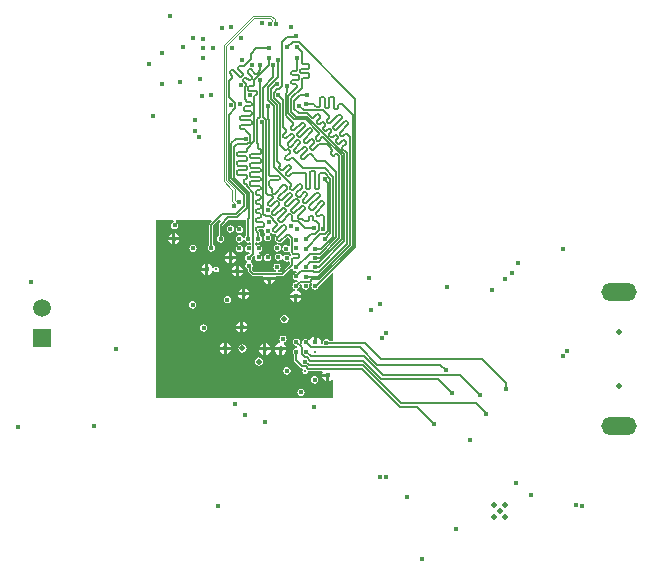
<source format=gbr>
%TF.GenerationSoftware,Altium Limited,Altium Designer,20.0.12 (288)*%
G04 Layer_Physical_Order=2*
G04 Layer_Color=36540*
%FSLAX43Y43*%
%MOMM*%
%TF.FileFunction,Copper,L2,Inr,Signal*%
%TF.Part,Single*%
G01*
G75*
%TA.AperFunction,Conductor*%
%ADD36C,0.174*%
%ADD38C,0.152*%
%ADD39C,0.133*%
%TA.AperFunction,ComponentPad*%
%ADD41C,1.500*%
%ADD42R,1.500X1.500*%
%ADD43C,0.500*%
%ADD44O,3.000X1.500*%
%TA.AperFunction,ViaPad*%
%ADD45C,0.500*%
%ADD46C,0.432*%
%ADD47C,0.508*%
%ADD48C,0.305*%
%TA.AperFunction,Conductor*%
%ADD49C,0.078*%
G36*
X99558Y71713D02*
X99652Y71615D01*
X99638Y71546D01*
X99662Y71427D01*
X99729Y71326D01*
X99721Y71179D01*
X99719Y71178D01*
X99652Y71077D01*
X99628Y70958D01*
X99652Y70839D01*
X99719Y70738D01*
X99820Y70671D01*
X99939Y70647D01*
X100058Y70671D01*
X100159Y70738D01*
X100226Y70839D01*
X100250Y70958D01*
X100226Y71077D01*
X100159Y71178D01*
X100167Y71325D01*
X100169Y71326D01*
X100184Y71349D01*
X100343Y71365D01*
X100413Y71295D01*
X100465Y71261D01*
X100525Y71249D01*
X100647Y71249D01*
X100675Y71214D01*
X100706Y71128D01*
X100635Y71057D01*
X100601Y71006D01*
X100589Y70945D01*
X100589Y70808D01*
X100601Y70748D01*
X100635Y70696D01*
X100772Y70560D01*
X100823Y70525D01*
X100884Y70513D01*
X101021Y70513D01*
X101081Y70525D01*
X101133Y70560D01*
X101621Y71048D01*
X101626D01*
X101823Y70851D01*
Y70324D01*
X101798Y70305D01*
X101696Y70268D01*
X101625Y70315D01*
X101506Y70339D01*
X101387Y70315D01*
X101286Y70248D01*
X101219Y70147D01*
X101195Y70028D01*
X101219Y69909D01*
X101286Y69808D01*
X101387Y69741D01*
X101506Y69717D01*
X101625Y69741D01*
X101696Y69788D01*
X101798Y69751D01*
X101823Y69732D01*
Y69722D01*
X101835Y69661D01*
X101869Y69610D01*
X101924Y69555D01*
X101918Y69420D01*
X101776Y69450D01*
X101769Y69460D01*
X101668Y69528D01*
X101549Y69551D01*
X101430Y69528D01*
X101329Y69460D01*
X101276Y69380D01*
X101192Y69380D01*
X101144Y69393D01*
X101134Y69444D01*
X101066Y69545D01*
X100965Y69612D01*
X100846Y69636D01*
X100728Y69612D01*
X100627Y69545D01*
X100559Y69444D01*
X100536Y69325D01*
X100559Y69206D01*
X100627Y69105D01*
X100728Y69038D01*
X100846Y69014D01*
X100965Y69038D01*
X101066Y69105D01*
X101120Y69186D01*
X101204Y69186D01*
X101252Y69172D01*
X101262Y69121D01*
X101329Y69021D01*
X101430Y68953D01*
X101549Y68930D01*
X101668Y68953D01*
X101696Y68972D01*
X101823Y68904D01*
Y68747D01*
X101128Y68053D01*
X100891D01*
X100800Y68139D01*
X100800Y68139D01*
X100800D01*
X100796Y68180D01*
X100799Y68180D01*
X100855Y68191D01*
X100956Y68259D01*
X101024Y68359D01*
X101047Y68478D01*
X101024Y68597D01*
X100956Y68698D01*
X100855Y68766D01*
X100736Y68789D01*
X100617Y68766D01*
X100517Y68698D01*
X100449Y68597D01*
X100426Y68478D01*
X100449Y68359D01*
X100517Y68259D01*
X100617Y68191D01*
X100674Y68180D01*
X100677Y68180D01*
X100673Y68139D01*
X100673D01*
X100673Y68139D01*
X100581Y68053D01*
X98770D01*
X98590Y68233D01*
Y68357D01*
X98594Y68360D01*
X98661Y68461D01*
X98685Y68580D01*
X98661Y68699D01*
X98594Y68800D01*
X98526Y68845D01*
X98515Y68959D01*
X98522Y68989D01*
X98569Y69021D01*
X98636Y69121D01*
X98660Y69240D01*
X98645Y69313D01*
X98771Y69439D01*
X98888Y69376D01*
X98876Y69317D01*
X98900Y69198D01*
X98967Y69097D01*
X99068Y69029D01*
X99187Y69006D01*
X99306Y69029D01*
X99407Y69097D01*
X99474Y69198D01*
X99498Y69317D01*
X99474Y69436D01*
X99407Y69536D01*
X99306Y69604D01*
X99223Y69620D01*
Y69750D01*
X99306Y69766D01*
X99407Y69833D01*
X99474Y69934D01*
X99498Y70053D01*
X99474Y70172D01*
X99407Y70273D01*
X99306Y70340D01*
X99187Y70364D01*
X99068Y70340D01*
X99005Y70298D01*
X98885Y70348D01*
X98878Y70355D01*
Y70536D01*
X99005Y70604D01*
X99043Y70579D01*
X99162Y70555D01*
X99281Y70579D01*
X99381Y70646D01*
X99449Y70747D01*
X99472Y70866D01*
X99449Y70985D01*
X99381Y71086D01*
X99295Y71144D01*
Y71390D01*
X99282Y71450D01*
X99248Y71502D01*
X99162Y71588D01*
X99167Y71635D01*
X99213Y71715D01*
X99548D01*
X99552Y71716D01*
X99558Y71713D01*
D02*
G37*
G36*
X98124Y71127D02*
X98063Y71086D01*
X97995Y70985D01*
X97987Y70941D01*
X97857D01*
X97849Y70985D01*
X97781Y71086D01*
X97680Y71153D01*
X97561Y71177D01*
X97442Y71153D01*
X97342Y71086D01*
X97274Y70985D01*
X97251Y70866D01*
X97274Y70747D01*
X97342Y70646D01*
X97442Y70579D01*
X97561Y70555D01*
X97680Y70579D01*
X97781Y70646D01*
X97849Y70747D01*
X97857Y70791D01*
X97987D01*
X97995Y70747D01*
X98063Y70646D01*
X98163Y70579D01*
X98282Y70555D01*
X98401Y70579D01*
X98435Y70601D01*
X98556Y70536D01*
X98557Y70416D01*
X98435Y70347D01*
X98349Y70364D01*
X98230Y70340D01*
X98129Y70273D01*
X98062Y70172D01*
X98038Y70053D01*
X98062Y69934D01*
X98129Y69833D01*
X98230Y69766D01*
X98349Y69742D01*
X98465Y69644D01*
X98364Y69548D01*
X98349Y69551D01*
X98230Y69528D01*
X98129Y69460D01*
X98062Y69359D01*
X98038Y69240D01*
X98062Y69121D01*
X98129Y69021D01*
X98197Y68975D01*
X98208Y68861D01*
X98201Y68831D01*
X98154Y68800D01*
X98087Y68699D01*
X98063Y68580D01*
X98087Y68461D01*
X98154Y68360D01*
X98255Y68293D01*
X98273Y68289D01*
Y68167D01*
X98285Y68107D01*
X98319Y68055D01*
X98592Y67782D01*
X98644Y67748D01*
X98704Y67736D01*
X99529D01*
X99606Y67631D01*
X100555D01*
X100632Y67736D01*
X101194D01*
X101254Y67748D01*
X101306Y67782D01*
X101910Y68386D01*
X102047Y68344D01*
X102049Y68334D01*
X102117Y68233D01*
X102218Y68166D01*
X102337Y68142D01*
X102340Y68143D01*
X102415Y68028D01*
X102392Y67996D01*
X102362Y68002D01*
X102243Y67978D01*
X102142Y67911D01*
X102075Y67810D01*
X102051Y67691D01*
X102075Y67572D01*
X102142Y67471D01*
X102243Y67404D01*
X102362Y67380D01*
X102453Y67398D01*
X102523Y67305D01*
X102528Y67294D01*
X102409Y67175D01*
X102337Y67189D01*
X102218Y67165D01*
X102117Y67098D01*
X102049Y66997D01*
X102026Y66878D01*
X102049Y66759D01*
X102117Y66658D01*
X102218Y66591D01*
X102248Y66585D01*
Y66456D01*
X102128Y66432D01*
X101972Y66328D01*
X101869Y66173D01*
X101857Y66116D01*
X102765D01*
X102754Y66173D01*
X102650Y66328D01*
X102495Y66432D01*
X102400Y66451D01*
Y66580D01*
X102456Y66591D01*
X102556Y66658D01*
X102624Y66759D01*
X102647Y66878D01*
X102639Y66923D01*
X102730Y67017D01*
X102772Y67011D01*
X102864Y66879D01*
X102864Y66878D01*
X102888Y66759D01*
X102955Y66658D01*
X103056Y66591D01*
X103175Y66567D01*
X103294Y66591D01*
X103395Y66658D01*
X103462Y66759D01*
X103486Y66878D01*
X103468Y66964D01*
X103480Y67020D01*
X103545Y67101D01*
X103556Y67103D01*
X103607Y67137D01*
X103706Y67236D01*
X103722Y67231D01*
X103742Y67092D01*
X103675Y66991D01*
X103651Y66872D01*
X103675Y66753D01*
X103742Y66652D01*
X103843Y66585D01*
X103962Y66561D01*
X104081Y66585D01*
X104182Y66652D01*
X104249Y66753D01*
X104273Y66872D01*
X104269Y66893D01*
X105369Y67993D01*
X105487Y67945D01*
Y62246D01*
X105156D01*
X105122Y62297D01*
X105021Y62365D01*
X104902Y62388D01*
X104783Y62365D01*
X104682Y62297D01*
X104615Y62197D01*
X104591Y62078D01*
X104593Y62068D01*
X104526Y61987D01*
X104460Y62068D01*
X104467Y62103D01*
X104430Y62286D01*
X104326Y62442D01*
X104171Y62546D01*
X104115Y62557D01*
Y62103D01*
X103861D01*
Y62557D01*
X103804Y62546D01*
X103649Y62442D01*
X103558Y62306D01*
X103471Y62289D01*
X103416Y62290D01*
X103395Y62323D01*
X103294Y62390D01*
X103175Y62414D01*
X103056Y62390D01*
X102955Y62323D01*
X102888Y62222D01*
X102864Y62103D01*
X102879Y62029D01*
X102762Y61967D01*
X102661Y62068D01*
X102673Y62128D01*
X102649Y62247D01*
X102582Y62348D01*
X102481Y62416D01*
X102362Y62439D01*
X102243Y62416D01*
X102142Y62348D01*
X102075Y62247D01*
X102051Y62128D01*
X102075Y62009D01*
X102142Y61909D01*
X102243Y61841D01*
X102362Y61818D01*
X102404Y61826D01*
X102495Y61737D01*
X102494Y61729D01*
X102362Y61626D01*
X102243Y61603D01*
X102142Y61535D01*
X102075Y61435D01*
X102051Y61316D01*
X102075Y61197D01*
X102142Y61096D01*
X102194Y61062D01*
Y60579D01*
X102206Y60515D01*
X102243Y60460D01*
X102751Y59952D01*
X102806Y59915D01*
X102870Y59903D01*
X102931Y59776D01*
X102913Y59750D01*
X102895Y59656D01*
X102913Y59562D01*
X102967Y59482D01*
X103047Y59429D01*
X103141Y59410D01*
X103235Y59429D01*
X103315Y59482D01*
X103368Y59562D01*
X103398Y59658D01*
X103510Y59674D01*
X104555D01*
X104623Y59547D01*
X104586Y59492D01*
X104575Y59436D01*
X105029D01*
Y59309D01*
X105156D01*
Y58855D01*
X105212Y58866D01*
X105360Y58965D01*
X105403Y58955D01*
X105487Y58919D01*
Y57392D01*
X105476Y57367D01*
X97195D01*
X97155Y57375D01*
X97115Y57367D01*
X90451D01*
Y72427D01*
X91963D01*
X91976Y72300D01*
X91956Y72296D01*
X91855Y72229D01*
X91788Y72128D01*
X91764Y72009D01*
X91788Y71890D01*
X91855Y71789D01*
X91956Y71722D01*
X92075Y71698D01*
X92194Y71722D01*
X92295Y71789D01*
X92362Y71890D01*
X92386Y72009D01*
X92362Y72128D01*
X92295Y72229D01*
X92194Y72296D01*
X92174Y72300D01*
X92187Y72427D01*
X95151D01*
X95200Y72310D01*
X95062Y72172D01*
X95028Y72120D01*
X95015Y72060D01*
Y70365D01*
X94954Y70324D01*
X94887Y70223D01*
X94863Y70104D01*
X94887Y69985D01*
X94954Y69884D01*
X95055Y69817D01*
X95174Y69793D01*
X95293Y69817D01*
X95394Y69884D01*
X95461Y69985D01*
X95485Y70104D01*
X95461Y70223D01*
X95394Y70324D01*
X95332Y70365D01*
Y71994D01*
X95765Y72427D01*
X95939D01*
X95987Y72310D01*
X95849Y72172D01*
X95815Y72120D01*
X95803Y72060D01*
Y71127D01*
X95741Y71086D01*
X95674Y70985D01*
X95650Y70866D01*
X95674Y70747D01*
X95741Y70646D01*
X95842Y70579D01*
X95961Y70555D01*
X96080Y70579D01*
X96181Y70646D01*
X96248Y70747D01*
X96272Y70866D01*
X96248Y70985D01*
X96181Y71086D01*
X96120Y71127D01*
Y71994D01*
X96553Y72427D01*
X98124D01*
Y71127D01*
D02*
G37*
%LPC*%
G36*
X100764Y70406D02*
X100645Y70383D01*
X100544Y70315D01*
X100476Y70214D01*
X100453Y70095D01*
X100476Y69977D01*
X100544Y69876D01*
X100645Y69808D01*
X100764Y69785D01*
X100882Y69808D01*
X100983Y69876D01*
X101051Y69977D01*
X101074Y70095D01*
X101051Y70214D01*
X100983Y70315D01*
X100882Y70383D01*
X100764Y70406D01*
D02*
G37*
G36*
X99949Y69602D02*
X99830Y69578D01*
X99729Y69511D01*
X99662Y69410D01*
X99638Y69291D01*
X99662Y69172D01*
X99729Y69071D01*
X99830Y69004D01*
X99949Y68980D01*
X100068Y69004D01*
X100169Y69071D01*
X100236Y69172D01*
X100260Y69291D01*
X100236Y69410D01*
X100169Y69511D01*
X100068Y69578D01*
X99949Y69602D01*
D02*
G37*
G36*
X96774Y72015D02*
X96655Y71991D01*
X96554Y71924D01*
X96487Y71823D01*
X96463Y71704D01*
X96487Y71585D01*
X96554Y71484D01*
X96655Y71417D01*
X96774Y71393D01*
X96893Y71417D01*
X96994Y71484D01*
X97061Y71585D01*
X97085Y71704D01*
X97061Y71823D01*
X96994Y71924D01*
X96893Y71991D01*
X96774Y72015D01*
D02*
G37*
G36*
X97546Y71990D02*
X97427Y71967D01*
X97326Y71899D01*
X97259Y71798D01*
X97235Y71679D01*
X97259Y71561D01*
X97326Y71460D01*
X97427Y71392D01*
X97546Y71369D01*
X97665Y71392D01*
X97766Y71460D01*
X97833Y71561D01*
X97857Y71679D01*
X97833Y71798D01*
X97766Y71899D01*
X97665Y71967D01*
X97546Y71990D01*
D02*
G37*
G36*
X92126Y71345D02*
Y71018D01*
X92453D01*
X92441Y71075D01*
X92338Y71230D01*
X92182Y71334D01*
X92126Y71345D01*
D02*
G37*
G36*
X91872D02*
X91815Y71334D01*
X91660Y71230D01*
X91556Y71075D01*
X91545Y71018D01*
X91872D01*
Y71345D01*
D02*
G37*
G36*
X92453Y70764D02*
X92126D01*
Y70438D01*
X92182Y70449D01*
X92338Y70553D01*
X92441Y70708D01*
X92453Y70764D01*
D02*
G37*
G36*
X91872D02*
X91545D01*
X91556Y70708D01*
X91660Y70553D01*
X91815Y70449D01*
X91872Y70438D01*
Y70764D01*
D02*
G37*
G36*
X93624Y70364D02*
X93505Y70341D01*
X93405Y70273D01*
X93337Y70172D01*
X93314Y70053D01*
X93337Y69934D01*
X93405Y69834D01*
X93505Y69766D01*
X93624Y69743D01*
X93743Y69766D01*
X93844Y69834D01*
X93912Y69934D01*
X93935Y70053D01*
X93912Y70172D01*
X93844Y70273D01*
X93743Y70341D01*
X93624Y70364D01*
D02*
G37*
G36*
X97561Y70364D02*
X97442Y70340D01*
X97342Y70273D01*
X97274Y70172D01*
X97251Y70053D01*
X97274Y69934D01*
X97342Y69833D01*
X97442Y69766D01*
X97561Y69742D01*
X97680Y69766D01*
X97781Y69833D01*
X97849Y69934D01*
X97872Y70053D01*
X97849Y70172D01*
X97781Y70273D01*
X97680Y70340D01*
X97561Y70364D01*
D02*
G37*
G36*
X96936Y69743D02*
Y69416D01*
X97263D01*
X97251Y69472D01*
X97148Y69628D01*
X96992Y69732D01*
X96936Y69743D01*
D02*
G37*
G36*
X96682D02*
X96625Y69732D01*
X96470Y69628D01*
X96366Y69472D01*
X96355Y69416D01*
X96682D01*
Y69743D01*
D02*
G37*
G36*
X97263Y69162D02*
X96936D01*
Y68835D01*
X96992Y68846D01*
X97148Y68950D01*
X97251Y69106D01*
X97263Y69162D01*
D02*
G37*
G36*
X96682D02*
X96355D01*
X96366Y69106D01*
X96470Y68950D01*
X96625Y68846D01*
X96682Y68835D01*
Y69162D01*
D02*
G37*
G36*
X94666Y68729D02*
X94609Y68718D01*
X94454Y68614D01*
X94350Y68459D01*
X94339Y68402D01*
X94666D01*
Y68729D01*
D02*
G37*
G36*
X97511Y68599D02*
Y68272D01*
X97838D01*
X97827Y68328D01*
X97723Y68483D01*
X97568Y68587D01*
X97511Y68599D01*
D02*
G37*
G36*
X97257D02*
X97201Y68587D01*
X97046Y68483D01*
X96942Y68328D01*
X96931Y68272D01*
X97257D01*
Y68599D01*
D02*
G37*
G36*
X94920Y68729D02*
Y68275D01*
Y67821D01*
X94976Y67833D01*
X95132Y67936D01*
X95235Y68092D01*
X95243Y68131D01*
X95376Y68147D01*
X95406Y68101D01*
X95486Y68048D01*
X95580Y68029D01*
X95674Y68048D01*
X95754Y68101D01*
X95808Y68181D01*
X95826Y68275D01*
X95808Y68370D01*
X95754Y68449D01*
X95674Y68503D01*
X95580Y68521D01*
X95486Y68503D01*
X95406Y68449D01*
X95376Y68404D01*
X95243Y68419D01*
X95235Y68459D01*
X95132Y68614D01*
X94976Y68718D01*
X94920Y68729D01*
D02*
G37*
G36*
X94666Y68148D02*
X94339D01*
X94350Y68092D01*
X94454Y67936D01*
X94609Y67833D01*
X94666Y67821D01*
Y68148D01*
D02*
G37*
G36*
X97838Y68018D02*
X97511D01*
Y67691D01*
X97568Y67702D01*
X97723Y67806D01*
X97827Y67961D01*
X97838Y68018D01*
D02*
G37*
G36*
X97257D02*
X96931D01*
X96942Y67961D01*
X97046Y67806D01*
X97201Y67702D01*
X97257Y67691D01*
Y68018D01*
D02*
G37*
G36*
X100535Y67377D02*
X100208D01*
Y67050D01*
X100264Y67062D01*
X100420Y67165D01*
X100523Y67321D01*
X100535Y67377D01*
D02*
G37*
G36*
X99954D02*
X99627D01*
X99638Y67321D01*
X99742Y67165D01*
X99897Y67062D01*
X99954Y67050D01*
Y67377D01*
D02*
G37*
G36*
X98044Y66663D02*
Y66336D01*
X98371D01*
X98360Y66392D01*
X98256Y66548D01*
X98100Y66652D01*
X98044Y66663D01*
D02*
G37*
G36*
X97790D02*
X97734Y66652D01*
X97578Y66548D01*
X97474Y66392D01*
X97463Y66336D01*
X97790D01*
Y66663D01*
D02*
G37*
G36*
X98371Y66082D02*
X98044D01*
Y65755D01*
X98100Y65766D01*
X98256Y65870D01*
X98360Y66026D01*
X98371Y66082D01*
D02*
G37*
G36*
X97790D02*
X97463D01*
X97474Y66026D01*
X97578Y65870D01*
X97734Y65766D01*
X97790Y65755D01*
Y66082D01*
D02*
G37*
G36*
X102765Y65862D02*
X102438D01*
Y65535D01*
X102495Y65547D01*
X102650Y65650D01*
X102754Y65806D01*
X102765Y65862D01*
D02*
G37*
G36*
X102184D02*
X101857D01*
X101869Y65806D01*
X101972Y65650D01*
X102128Y65547D01*
X102184Y65535D01*
Y65862D01*
D02*
G37*
G36*
X96520Y66021D02*
X96401Y65997D01*
X96300Y65930D01*
X96233Y65829D01*
X96209Y65710D01*
X96233Y65591D01*
X96300Y65490D01*
X96401Y65423D01*
X96520Y65399D01*
X96639Y65423D01*
X96740Y65490D01*
X96807Y65591D01*
X96831Y65710D01*
X96807Y65829D01*
X96740Y65930D01*
X96639Y65997D01*
X96520Y66021D01*
D02*
G37*
G36*
X93599Y65589D02*
X93480Y65565D01*
X93379Y65498D01*
X93312Y65397D01*
X93288Y65278D01*
X93312Y65159D01*
X93379Y65058D01*
X93480Y64991D01*
X93599Y64967D01*
X93718Y64991D01*
X93819Y65058D01*
X93886Y65159D01*
X93910Y65278D01*
X93886Y65397D01*
X93819Y65498D01*
X93718Y65565D01*
X93599Y65589D01*
D02*
G37*
G36*
X101371Y64434D02*
X101238Y64407D01*
X101124Y64331D01*
X101048Y64218D01*
X101022Y64084D01*
X101048Y63950D01*
X101124Y63837D01*
X101238Y63761D01*
X101371Y63735D01*
X101505Y63761D01*
X101619Y63837D01*
X101694Y63950D01*
X101721Y64084D01*
X101694Y64218D01*
X101619Y64331D01*
X101505Y64407D01*
X101371Y64434D01*
D02*
G37*
G36*
X97866Y63852D02*
Y63525D01*
X98193D01*
X98182Y63582D01*
X98078Y63737D01*
X97923Y63841D01*
X97866Y63852D01*
D02*
G37*
G36*
X97612D02*
X97556Y63841D01*
X97400Y63737D01*
X97297Y63582D01*
X97285Y63525D01*
X97612D01*
Y63852D01*
D02*
G37*
G36*
X94539Y63633D02*
X94420Y63609D01*
X94319Y63542D01*
X94252Y63441D01*
X94228Y63322D01*
X94252Y63203D01*
X94319Y63102D01*
X94420Y63035D01*
X94539Y63011D01*
X94658Y63035D01*
X94759Y63102D01*
X94826Y63203D01*
X94850Y63322D01*
X94826Y63441D01*
X94759Y63542D01*
X94658Y63609D01*
X94539Y63633D01*
D02*
G37*
G36*
X98193Y63271D02*
X97866D01*
Y62945D01*
X97923Y62956D01*
X98078Y63060D01*
X98182Y63215D01*
X98193Y63271D01*
D02*
G37*
G36*
X97612D02*
X97285D01*
X97297Y63215D01*
X97400Y63060D01*
X97556Y62956D01*
X97612Y62945D01*
Y63271D01*
D02*
G37*
G36*
X96495Y62049D02*
Y61722D01*
X96821D01*
X96810Y61778D01*
X96706Y61934D01*
X96551Y62038D01*
X96495Y62049D01*
D02*
G37*
G36*
X96241D02*
X96184Y62038D01*
X96029Y61934D01*
X95925Y61778D01*
X95914Y61722D01*
X96241D01*
Y62049D01*
D02*
G37*
G36*
X101244Y62693D02*
X101125Y62670D01*
X101025Y62602D01*
X100957Y62501D01*
X100934Y62382D01*
X100957Y62263D01*
X101009Y62185D01*
X100990Y62093D01*
X100968Y62048D01*
X100843Y62023D01*
X100675Y61910D01*
X100563Y61742D01*
X100549Y61671D01*
X101534D01*
X101520Y61742D01*
X101407Y61910D01*
X101334Y61960D01*
X101360Y62095D01*
X101363Y62095D01*
X101464Y62163D01*
X101532Y62263D01*
X101555Y62382D01*
X101532Y62501D01*
X101464Y62602D01*
X101363Y62670D01*
X101244Y62693D01*
D02*
G37*
G36*
X99847Y62037D02*
Y61671D01*
X100213D01*
X100199Y61742D01*
X100087Y61910D01*
X99919Y62023D01*
X99847Y62037D01*
D02*
G37*
G36*
X99593D02*
X99522Y62023D01*
X99354Y61910D01*
X99242Y61742D01*
X99228Y61671D01*
X99593D01*
Y62037D01*
D02*
G37*
G36*
X97815Y61945D02*
X97682Y61918D01*
X97568Y61842D01*
X97492Y61729D01*
X97466Y61595D01*
X97492Y61461D01*
X97568Y61348D01*
X97682Y61272D01*
X97815Y61245D01*
X97949Y61272D01*
X98063Y61348D01*
X98138Y61461D01*
X98165Y61595D01*
X98138Y61729D01*
X98063Y61842D01*
X97949Y61918D01*
X97815Y61945D01*
D02*
G37*
G36*
X96821Y61468D02*
X96495D01*
Y61141D01*
X96551Y61152D01*
X96706Y61256D01*
X96810Y61412D01*
X96821Y61468D01*
D02*
G37*
G36*
X96241D02*
X95914D01*
X95925Y61412D01*
X96029Y61256D01*
X96184Y61152D01*
X96241Y61141D01*
Y61468D01*
D02*
G37*
G36*
X101534Y61417D02*
X101168D01*
Y61052D01*
X101239Y61066D01*
X101407Y61178D01*
X101520Y61346D01*
X101534Y61417D01*
D02*
G37*
G36*
X100914D02*
X100549D01*
X100563Y61346D01*
X100675Y61178D01*
X100843Y61066D01*
X100914Y61052D01*
Y61417D01*
D02*
G37*
G36*
X100213D02*
X99847D01*
Y61052D01*
X99919Y61066D01*
X100087Y61178D01*
X100199Y61346D01*
X100213Y61417D01*
D02*
G37*
G36*
X99593D02*
X99228D01*
X99242Y61346D01*
X99354Y61178D01*
X99522Y61066D01*
X99593Y61052D01*
Y61417D01*
D02*
G37*
G36*
X99187Y60827D02*
X99053Y60800D01*
X98940Y60725D01*
X98864Y60611D01*
X98837Y60477D01*
X98864Y60344D01*
X98940Y60230D01*
X99053Y60154D01*
X99187Y60128D01*
X99321Y60154D01*
X99434Y60230D01*
X99510Y60344D01*
X99537Y60477D01*
X99510Y60611D01*
X99434Y60725D01*
X99321Y60800D01*
X99187Y60827D01*
D02*
G37*
G36*
X101575Y60001D02*
X101456Y59977D01*
X101355Y59910D01*
X101287Y59809D01*
X101264Y59690D01*
X101287Y59571D01*
X101355Y59470D01*
X101456Y59403D01*
X101575Y59379D01*
X101694Y59403D01*
X101794Y59470D01*
X101862Y59571D01*
X101885Y59690D01*
X101862Y59809D01*
X101794Y59910D01*
X101694Y59977D01*
X101575Y60001D01*
D02*
G37*
G36*
X104902Y59182D02*
X104575D01*
X104586Y59126D01*
X104690Y58970D01*
X104846Y58866D01*
X104902Y58855D01*
Y59182D01*
D02*
G37*
G36*
X103937Y59239D02*
X103818Y59215D01*
X103717Y59148D01*
X103650Y59047D01*
X103626Y58928D01*
X103650Y58809D01*
X103717Y58708D01*
X103818Y58641D01*
X103937Y58617D01*
X104056Y58641D01*
X104157Y58708D01*
X104224Y58809D01*
X104248Y58928D01*
X104224Y59047D01*
X104157Y59148D01*
X104056Y59215D01*
X103937Y59239D01*
D02*
G37*
G36*
X102768Y58172D02*
X102649Y58148D01*
X102549Y58081D01*
X102481Y57980D01*
X102458Y57861D01*
X102481Y57742D01*
X102549Y57641D01*
X102649Y57574D01*
X102768Y57550D01*
X102887Y57574D01*
X102988Y57641D01*
X103056Y57742D01*
X103079Y57861D01*
X103056Y57980D01*
X102988Y58081D01*
X102887Y58148D01*
X102768Y58172D01*
D02*
G37*
%LPD*%
D36*
X99136Y70891D02*
X99162Y70866D01*
D38*
X118440Y56058D02*
Y56109D01*
X117602Y56947D02*
X118440Y56109D01*
X109703Y59334D02*
X116256D01*
X117907Y57683D01*
X120117Y58141D02*
X120142Y58115D01*
X120117Y58141D02*
Y58699D01*
X111266Y56947D02*
X117602D01*
X112598Y56617D02*
X113995Y55220D01*
X111150Y56617D02*
X112598D01*
X107950Y59817D02*
Y59842D01*
Y59817D02*
X111150Y56617D01*
X108059Y60154D02*
X111266Y56947D01*
X108001Y60554D02*
X109550Y59004D01*
X114351D02*
X115570Y57785D01*
X103096Y60475D02*
X103112D01*
X103433Y60154D01*
X108059D01*
X109550Y59004D02*
X114351D01*
X108102Y60935D02*
X109703Y59334D01*
X114579Y60223D02*
X115011Y59792D01*
X109245Y60223D02*
X114579D01*
X109576Y60681D02*
X118135D01*
X120117Y58699D01*
X103403Y59842D02*
X107950D01*
X103175Y60071D02*
X103403Y59842D01*
X102870Y60071D02*
X103175D01*
X102362Y60579D02*
X102870Y60071D01*
X102362Y60579D02*
Y61316D01*
X103096Y60856D02*
X103254D01*
X102819Y61132D02*
Y61671D01*
X103254Y60856D02*
X103556Y60554D01*
X108001D01*
X103581Y60935D02*
X108102D01*
X103200Y61290D02*
X103226D01*
X103581Y60935D01*
X102819Y61132D02*
X103096Y60856D01*
X102362Y62128D02*
X102819Y61671D01*
X103175Y62103D02*
X103607Y61671D01*
X107798D01*
X109245Y60223D01*
X104902Y62078D02*
X108179D01*
X109576Y60681D01*
D39*
X98051Y79288D02*
X98074Y79265D01*
X98017Y79322D02*
X98051Y79288D01*
X98038Y83736D02*
X98079Y83777D01*
X98038Y82743D02*
Y83736D01*
X99517Y83668D02*
X100406Y84557D01*
X99517Y81195D02*
Y83668D01*
X99949Y83744D02*
X100787Y84582D01*
X99949Y82660D02*
Y83744D01*
X100660Y83998D02*
X100736D01*
X100220Y83557D02*
X100660Y83998D01*
X100220Y82702D02*
Y83557D01*
X99263Y84268D02*
X99280Y84285D01*
X98781Y84311D02*
X100045Y85575D01*
X100406Y84557D02*
Y85549D01*
X100787Y84582D02*
Y86030D01*
X100914Y83541D02*
X101194Y83820D01*
X101575Y83261D02*
Y83845D01*
X98094Y79331D02*
Y79331D01*
X98051Y79288D02*
X98094Y79331D01*
X98152Y79978D02*
X98466Y79665D01*
X98222Y78867D02*
X98466Y79111D01*
Y79665D01*
X97223Y79322D02*
X98017D01*
X96869Y78969D02*
X97223Y79322D01*
X98501Y86055D02*
Y86538D01*
X98222Y85776D02*
X98501Y86055D01*
X96698Y82906D02*
X97206Y82398D01*
X96698Y82906D02*
Y84252D01*
X97206Y81940D02*
Y82398D01*
X96647Y81382D02*
X97206Y81940D01*
X98781Y83877D02*
Y83947D01*
X98684Y83780D02*
X98781Y83877D01*
X98398Y83780D02*
X98684D01*
X98301Y83684D02*
X98398Y83780D01*
X98301Y83490D02*
Y83684D01*
Y83490D02*
X98398Y83394D01*
X98945D01*
X99042Y83297D01*
Y83103D02*
Y83297D01*
X98945Y83007D02*
X99042Y83103D01*
X98877Y83007D02*
X98945D01*
X98781Y82910D02*
X98877Y83007D01*
X98781Y82485D02*
Y82910D01*
Y82485D02*
X98809Y82457D01*
X98781Y83947D02*
Y84311D01*
X98171Y78329D02*
Y78503D01*
X98074Y78233D02*
X98171Y78329D01*
X97448Y78233D02*
X98074D01*
X97351Y78136D02*
X97448Y78233D01*
X97351Y77942D02*
Y78136D01*
Y77942D02*
X97448Y77846D01*
X98110D01*
X98207Y77749D01*
Y77556D02*
Y77749D01*
X98110Y77459D02*
X98207Y77556D01*
X97448Y77459D02*
X98110D01*
X97351Y77362D02*
X97448Y77459D01*
X97351Y77169D02*
Y77362D01*
Y77169D02*
X97448Y77072D01*
X98110D01*
X98207Y76976D01*
Y76782D02*
Y76976D01*
X98110Y76686D02*
X98207Y76782D01*
X97448Y76686D02*
X98110D01*
X97351Y76589D02*
X97448Y76686D01*
X97351Y76395D02*
Y76589D01*
Y76395D02*
X97448Y76299D01*
X98110D01*
X98207Y76202D01*
Y76009D02*
Y76202D01*
X98110Y75912D02*
X98207Y76009D01*
X98062Y75912D02*
X98110D01*
X97965Y75815D02*
X98062Y75912D01*
X97965Y75622D02*
Y75815D01*
Y75622D02*
X98062Y75525D01*
X98074D01*
X98171Y75429D01*
Y75398D02*
Y75429D01*
Y75362D02*
Y75398D01*
Y75336D02*
Y75362D01*
X97130Y76048D02*
Y78664D01*
X97333Y78867D02*
X98222D01*
X97130Y78664D02*
X97333Y78867D01*
X98171Y78503D02*
X98809Y79141D01*
Y82457D01*
X98704Y67894D02*
X101194D01*
X98431Y68167D02*
X98704Y67894D01*
X101194D02*
X101981Y68682D01*
X98431Y68167D02*
Y68523D01*
X101981Y69722D02*
Y69837D01*
Y69722D02*
X102078Y69625D01*
X102538D01*
X102635Y69528D01*
Y69335D02*
Y69528D01*
X102538Y69238D02*
X102635Y69335D01*
X102078Y69238D02*
X102538D01*
X101981Y69142D02*
X102078Y69238D01*
X101981Y68689D02*
Y69142D01*
Y69837D02*
Y70917D01*
Y68682D02*
Y68689D01*
X101739Y71159D02*
X101981Y70917D01*
X100609Y72288D02*
X100735Y72163D01*
Y72027D02*
Y72163D01*
X100389Y71681D02*
X100735Y72027D01*
X100389Y71544D02*
X100389Y71681D01*
X100389Y71544D02*
X100525Y71407D01*
X100662Y71407D01*
X101261Y72006D01*
X101398Y72006D01*
X101535Y71870D01*
X101535Y71733D02*
X101535Y71870D01*
X100747Y70945D02*
X101535Y71733D01*
X100747Y70808D02*
X100747Y70945D01*
X100747Y70808D02*
X100884Y70672D01*
X101021Y70672D01*
X101555Y71206D01*
X101692D01*
X101739Y71159D01*
X100406Y72492D02*
X100609Y72288D01*
X98374Y68580D02*
X98431Y68523D01*
X100406Y72492D02*
Y72517D01*
X99765Y72771D02*
X100152D01*
X100406Y72517D01*
X99562Y72974D02*
X99765Y72771D01*
X99136Y78545D02*
Y78689D01*
Y78545D02*
X99233Y78448D01*
X99272D01*
X99369Y78351D01*
Y78158D02*
Y78351D01*
X99272Y78061D02*
X99369Y78158D01*
X98526Y78061D02*
X99272D01*
X98429Y77965D02*
X98526Y78061D01*
X98429Y77771D02*
Y77965D01*
Y77771D02*
X98526Y77675D01*
X99272D01*
X99369Y77578D01*
Y77384D02*
Y77578D01*
X99272Y77288D02*
X99369Y77384D01*
X98526Y77288D02*
X99272D01*
X98429Y77191D02*
X98526Y77288D01*
X98429Y76998D02*
Y77191D01*
Y76998D02*
X98526Y76901D01*
X99244D01*
X99341Y76804D01*
Y76611D02*
Y76804D01*
X99244Y76514D02*
X99341Y76611D01*
X98526Y76514D02*
X99244D01*
X98429Y76418D02*
X98526Y76514D01*
X98429Y76224D02*
Y76418D01*
Y76224D02*
X98526Y76127D01*
X99244D01*
X99341Y76031D01*
Y75837D02*
Y76031D01*
X99244Y75741D02*
X99341Y75837D01*
X98564Y75741D02*
X99244D01*
X98467Y75644D02*
X98564Y75741D01*
X98467Y75451D02*
Y75644D01*
Y75451D02*
X98564Y75354D01*
X99244D01*
X99341Y75257D01*
Y75064D02*
Y75257D01*
X99244Y74967D02*
X99341Y75064D01*
X99038Y74967D02*
X99244D01*
X98942Y74870D02*
X99038Y74967D01*
X98942Y74677D02*
Y74870D01*
Y74677D02*
X99038Y74580D01*
X99244D01*
X99341Y74484D01*
Y74290D02*
Y74484D01*
X99244Y74194D02*
X99341Y74290D01*
X99038Y74194D02*
X99244D01*
X98942Y74097D02*
X99038Y74194D01*
X98942Y73904D02*
Y74097D01*
Y73904D02*
X99038Y73807D01*
X99244D01*
X99341Y73710D01*
Y73517D02*
Y73710D01*
X99244Y73420D02*
X99341Y73517D01*
X99038Y73420D02*
X99244D01*
X98942Y73323D02*
X99038Y73420D01*
X98942Y73130D02*
Y73323D01*
Y73130D02*
X99038Y73033D01*
X99244D01*
X99341Y72937D01*
Y72743D02*
Y72937D01*
X99244Y72647D02*
X99341Y72743D01*
X99038Y72647D02*
X99244D01*
X98942Y72550D02*
X99038Y72647D01*
X98942Y72357D02*
Y72550D01*
Y72357D02*
X99038Y72260D01*
X99548D01*
X99644Y72163D01*
Y71970D02*
Y72163D01*
X99548Y71873D02*
X99644Y71970D01*
X99038Y71873D02*
X99548D01*
X98942Y71776D02*
X99038Y71873D01*
X98942Y71583D02*
Y71776D01*
Y71583D02*
X99038Y71486D01*
X99040D01*
X99136Y71390D01*
Y71323D02*
Y71390D01*
Y78689D02*
Y78893D01*
Y70891D02*
Y71323D01*
X98171Y75336D02*
X98720Y74787D01*
X99562Y72974D02*
Y76807D01*
X99591Y76835D02*
Y80516D01*
X99562Y76807D02*
X99591Y76835D01*
X99441Y80666D02*
X99591Y80516D01*
X99070Y78959D02*
X99136Y78893D01*
X98720Y69612D02*
Y74787D01*
X98349Y69240D02*
X98720Y69612D01*
X98282Y70866D02*
Y72509D01*
X97130Y76048D02*
X98386Y74791D01*
X98374Y73254D02*
X98386Y73265D01*
X98374Y72601D02*
Y73254D01*
X98386Y73265D02*
Y74791D01*
X98038Y82743D02*
X98079Y82702D01*
Y82559D02*
Y82702D01*
Y82559D02*
X98176Y82462D01*
X98491D01*
X98587Y82365D01*
Y82172D02*
Y82365D01*
X98491Y82075D02*
X98587Y82172D01*
X98038Y82075D02*
X98491D01*
X97942Y81978D02*
X98038Y82075D01*
X97942Y81785D02*
Y81978D01*
Y81785D02*
X98038Y81688D01*
X98491D01*
X98587Y81592D01*
Y81398D02*
Y81592D01*
X98491Y81302D02*
X98587Y81398D01*
X97668Y81302D02*
X98491D01*
X97571Y81205D02*
X97668Y81302D01*
X97571Y81011D02*
Y81205D01*
Y81011D02*
X97668Y80915D01*
X98491D01*
X98587Y80818D01*
Y80625D02*
Y80818D01*
X98491Y80528D02*
X98587Y80625D01*
X97668Y80528D02*
X98491D01*
X97571Y80431D02*
X97668Y80528D01*
X97571Y80238D02*
Y80431D01*
Y80238D02*
X97668Y80141D01*
X97989D01*
X98152Y79978D01*
X98282Y72509D02*
X98374Y72601D01*
X99011Y84854D02*
X99102Y84946D01*
X98874Y84854D02*
X99011D01*
X98516Y85211D02*
X98874Y84854D01*
X98380Y85211D02*
X98516Y85211D01*
X98243Y85075D02*
X98380Y85211D01*
X98243Y85075D02*
X98243Y84938D01*
X98602Y84579D01*
Y84442D02*
Y84579D01*
X98465Y84305D02*
X98602Y84442D01*
X98328Y84305D02*
X98465D01*
X98124Y84510D02*
X98328Y84305D01*
X97988Y84510D02*
X98124Y84510D01*
X97851Y84373D02*
X97988Y84510D01*
X97851Y84373D02*
X97851Y84236D01*
X98079Y84008D01*
Y83777D02*
Y84008D01*
X99102Y84946D02*
X99289Y85132D01*
X97918Y85472D02*
X98222Y85776D01*
X97781Y85472D02*
X97918Y85472D01*
X97714Y85539D02*
X97781Y85472D01*
X97577Y85539D02*
X97714D01*
X97440Y85403D02*
X97577Y85539D01*
X97440Y85266D02*
Y85403D01*
Y85266D02*
X97867Y84839D01*
X97867Y84702D01*
X97730Y84566D02*
X97867Y84702D01*
X97593Y84566D02*
X97730Y84566D01*
X97012Y85147D02*
X97593Y84566D01*
X96875Y85147D02*
X97012D01*
X96738Y85011D02*
X96875Y85147D01*
X96738Y84874D02*
Y85011D01*
Y84874D02*
X96961Y84651D01*
X96961Y84515D01*
X96914Y84468D02*
X96961Y84515D01*
X96698Y84252D02*
X96914Y84468D01*
X95961Y72060D02*
X96622Y72720D01*
X95961Y70866D02*
Y72060D01*
X96622Y72720D02*
X97367D01*
X98164Y73517D01*
X96869Y75982D02*
X98164Y74687D01*
Y73517D02*
Y74687D01*
X96647Y75890D02*
X97942Y74595D01*
X97282Y72949D02*
X97942Y73609D01*
Y74595D01*
X96869Y75982D02*
Y78969D01*
X95174Y72060D02*
X96063Y72949D01*
X97282D01*
X96647Y75890D02*
Y81382D01*
X98984Y87020D02*
X100076D01*
X98501Y86538D02*
X98984Y87020D01*
X99070Y78959D02*
Y81010D01*
X102829Y85754D02*
Y86030D01*
Y85754D02*
X102926Y85657D01*
X103356D01*
X103453Y85560D01*
Y85367D02*
Y85560D01*
X103356Y85270D02*
X103453Y85367D01*
X102782Y85270D02*
X103356D01*
X102685Y85174D02*
X102782Y85270D01*
X102685Y84980D02*
Y85174D01*
Y84980D02*
X102782Y84884D01*
X103356D01*
X103453Y84787D01*
Y84594D02*
Y84787D01*
X103356Y84497D02*
X103453Y84594D01*
X102926Y84497D02*
X103356D01*
X102829Y84400D02*
X102926Y84497D01*
X102829Y83947D02*
Y84400D01*
X99812Y75016D02*
Y75100D01*
Y75016D02*
X99837Y74992D01*
Y74855D02*
Y74992D01*
X99833Y74851D02*
X99837Y74855D01*
X99833Y74714D02*
X99833Y74851D01*
X99833Y74714D02*
X99969Y74577D01*
X100106Y74577D01*
X100110Y74581D01*
X100247D01*
X100384Y74445D01*
Y74308D02*
Y74445D01*
X99970Y73894D02*
X100384Y74308D01*
X99970Y73758D02*
Y73894D01*
Y73758D02*
X100107Y73621D01*
X100243D01*
X100657Y74034D01*
X100794D01*
X100931Y73898D01*
Y73761D02*
Y73898D01*
X100303Y73134D02*
X100931Y73761D01*
X100303Y72997D02*
Y73134D01*
Y72997D02*
X100440Y72860D01*
X100577D01*
X101204Y73487D01*
X101341D01*
X101478Y73351D01*
Y73214D02*
Y73351D01*
X100850Y72587D02*
X101478Y73214D01*
X100850Y72450D02*
Y72587D01*
Y72450D02*
X100987Y72313D01*
X101124D01*
X101751Y72940D01*
X101888D01*
X102024Y72804D01*
Y72667D02*
Y72804D01*
X101974Y72617D02*
X102024Y72667D01*
X101974Y72480D02*
X101974Y72617D01*
X101974Y72480D02*
X102111Y72343D01*
X102248Y72343D01*
X102298Y72393D01*
X102435D01*
X102482Y72347D01*
X99812Y75100D02*
Y80900D01*
X102482Y72347D02*
X103065Y71763D01*
X100051Y76539D02*
Y80975D01*
Y76302D02*
Y76539D01*
Y76302D02*
X100147Y76206D01*
X100854D01*
X100951Y76109D01*
Y75916D02*
Y76109D01*
X100854Y75819D02*
X100951Y75916D01*
X100147Y75819D02*
X100854D01*
X100051Y75722D02*
X100147Y75819D01*
X100051Y75387D02*
Y75722D01*
Y75387D02*
X100169Y75269D01*
X100254Y75184D01*
X104064Y72365D02*
X104290Y72139D01*
X103923Y72365D02*
X104064D01*
X103826Y72461D02*
X103923Y72365D01*
X103826Y72461D02*
Y72734D01*
X103730Y72831D02*
X103826Y72734D01*
X103536Y72831D02*
X103730D01*
X103439Y72734D02*
X103536Y72831D01*
X103439Y72461D02*
Y72734D01*
X103343Y72365D02*
X103439Y72461D01*
X103276Y72365D02*
X103343D01*
X104290Y72139D02*
X104301Y72128D01*
X103073Y72365D02*
X103276D01*
X100254Y75184D02*
X100314Y75124D01*
X100314Y74987D02*
X100314Y75124D01*
X100303Y74976D02*
X100314Y74987D01*
X100303Y74839D02*
X100303Y74976D01*
X100303Y74839D02*
X100439Y74702D01*
X100576Y74702D01*
X101269Y75396D01*
X101406D01*
X101543Y75259D01*
Y75122D02*
Y75259D01*
X100850Y74429D02*
X101543Y75122D01*
X100850Y74292D02*
X100850Y74429D01*
X100850Y74292D02*
X100986Y74155D01*
X101123Y74155D01*
X101738Y74770D01*
X101874Y74770D01*
X102011Y74633D01*
X102011Y74496D02*
X102011Y74633D01*
X101396Y73882D02*
X102011Y74496D01*
X101396Y73745D02*
X101396Y73882D01*
X101396Y73745D02*
X101533Y73608D01*
X101670Y73608D01*
X102285Y74223D01*
X102421Y74223D01*
X102558Y74086D01*
X102558Y73950D02*
X102558Y74086D01*
X101943Y73335D02*
X102558Y73950D01*
X101943Y73198D02*
X101943Y73335D01*
X101943Y73198D02*
X102080Y73062D01*
X102217Y73062D01*
X102831Y73676D01*
X102968Y73676D01*
X103105Y73539D01*
X103105Y73403D02*
X103105Y73539D01*
X102490Y72788D02*
X103105Y73403D01*
X102490Y72651D02*
X102490Y72788D01*
X102490Y72651D02*
X102627Y72515D01*
X102764Y72515D01*
X102775Y72526D01*
X102912Y72526D01*
X102959Y72479D01*
X103073Y72365D01*
X101702Y75768D02*
X101952Y75518D01*
Y75381D02*
Y75518D01*
X101833Y75262D02*
X101952Y75381D01*
X101833Y75125D02*
Y75262D01*
Y75125D02*
X101970Y74988D01*
X102106D01*
X102602Y75484D01*
X102739Y75484D01*
X102876Y75347D01*
X102876Y75211D02*
X102876Y75347D01*
X102380Y74715D02*
X102876Y75211D01*
X102380Y74578D02*
Y74715D01*
Y74578D02*
X102517Y74441D01*
X102653D01*
X103040Y74828D01*
X103177D01*
X103314Y74691D01*
Y74555D02*
Y74691D01*
X102927Y74168D02*
X103314Y74555D01*
X102927Y74031D02*
Y74168D01*
Y74031D02*
X103064Y73894D01*
X103200D01*
X104071Y74765D01*
X104208Y74765D01*
X104345Y74629D01*
X104345Y74492D02*
X104345Y74629D01*
X103474Y73621D02*
X104345Y74492D01*
X103474Y73484D02*
Y73621D01*
Y73484D02*
X103611Y73347D01*
X103747D01*
X104480Y74080D01*
X104616D01*
X104753Y73943D01*
Y73806D02*
Y73943D01*
X104021Y73074D02*
X104753Y73806D01*
X104021Y72937D02*
Y73074D01*
Y72937D02*
X104157Y72800D01*
X104294D01*
X104414Y72920D01*
X104550D01*
X104597Y72873D01*
X104301Y71636D02*
Y72128D01*
X103065Y71763D02*
X103903D01*
X103953Y71288D02*
X104301Y71636D01*
X100497Y76973D02*
X101702Y75768D01*
X104597Y72873D02*
X104709Y72761D01*
X104423Y76429D02*
X104597D01*
X104326Y76332D02*
X104423Y76429D01*
X104326Y75152D02*
Y76332D01*
X104229Y75056D02*
X104326Y75152D01*
X104036Y75056D02*
X104229D01*
X103939Y75152D02*
X104036Y75056D01*
X103939Y75152D02*
Y76517D01*
X103843Y76613D02*
X103939Y76517D01*
X103649Y76613D02*
X103843D01*
X103553Y76517D02*
X103649Y76613D01*
X103553Y75152D02*
Y76517D01*
X103456Y75056D02*
X103553Y75152D01*
X103263Y75056D02*
X103456D01*
X103166Y75152D02*
X103263Y75056D01*
X103166Y75152D02*
Y76332D01*
X103069Y76429D02*
X103166Y76332D01*
X102616Y76429D02*
X103069D01*
X104597D02*
X104775D01*
X102131D02*
X102616D01*
X100736Y77445D02*
X101006Y77175D01*
Y77038D02*
Y77175D01*
X100944Y76976D02*
X101006Y77038D01*
X100944Y76839D02*
X100944Y76976D01*
X100944Y76839D02*
X101081Y76703D01*
X101217Y76703D01*
X101639Y77124D01*
X101775D01*
X101912Y76987D01*
Y76851D02*
Y76987D01*
X101491Y76429D02*
X101912Y76851D01*
X101491Y76292D02*
X101491Y76429D01*
X101491Y76292D02*
X101628Y76156D01*
X101764Y76156D01*
X102037Y76429D01*
X102131D01*
X101130Y78676D02*
X101390Y78417D01*
X101527D01*
X101561Y78451D01*
X101698D01*
X101835Y78314D01*
Y78178D02*
Y78314D01*
X101441Y77784D02*
X101835Y78178D01*
X101441Y77647D02*
Y77784D01*
Y77647D02*
X101578Y77510D01*
X101715D01*
X101937Y77733D01*
X102074Y77733D01*
X102121Y77686D01*
X100965Y78842D02*
X101130Y78676D01*
X102121Y77686D02*
X102972Y76835D01*
X100736Y77445D02*
Y82186D01*
X104140Y77470D02*
X104826D01*
X103582Y78028D02*
X104119Y77491D01*
X103445Y78028D02*
X103582Y78028D01*
X103008Y77591D02*
X103445Y78028D01*
X102871Y77591D02*
X103008Y77591D01*
X102735Y77728D02*
X102871Y77591D01*
X102735Y77728D02*
X102735Y77864D01*
X103266Y78396D01*
X103266Y78533D01*
X103129Y78669D02*
X103266Y78533D01*
X102993Y78669D02*
X103129Y78669D01*
X102461Y78138D02*
X102993Y78669D01*
X102324Y78138D02*
X102461Y78138D01*
X102188Y78274D02*
X102324Y78138D01*
X102188Y78274D02*
X102188Y78411D01*
X102719Y78943D01*
X102719Y79080D01*
X102583Y79216D02*
X102719Y79080D01*
X102446Y79216D02*
X102583Y79216D01*
X101914Y78685D02*
X102446Y79216D01*
X101777Y78685D02*
X101914Y78685D01*
X101641Y78821D02*
X101777Y78685D01*
X101641Y78821D02*
X101641Y78958D01*
X102172Y79490D01*
X102172Y79627D01*
X102036Y79763D02*
X102172Y79627D01*
X101899Y79763D02*
X102036Y79763D01*
X101529Y79393D02*
X101899Y79763D01*
X101392Y79393D02*
X101529Y79393D01*
X101255Y79530D02*
X101392Y79393D01*
X101255Y79530D02*
X101255Y79667D01*
X101531Y79942D01*
X101531Y80079D01*
X101235Y80375D02*
X101531Y80079D01*
X101235Y80375D02*
Y80424D01*
X104119Y77491D02*
X104140Y77470D01*
X101235Y80424D02*
Y82636D01*
X102972Y76835D02*
X104775D01*
X100965Y78842D02*
Y82271D01*
X105206Y78638D02*
X105415Y78430D01*
X105415Y78293D02*
X105415Y78430D01*
X105306Y78184D02*
X105415Y78293D01*
X105306Y78048D02*
Y78184D01*
Y78048D02*
X105442Y77911D01*
X105579D01*
X105688Y78020D01*
X105825Y78020D01*
X105872Y77973D01*
X104952Y78892D02*
X105206Y78638D01*
X105872Y77973D02*
X105987Y77857D01*
X101625Y81178D02*
X102123Y80681D01*
X102123Y80544D02*
X102123Y80681D01*
X101901Y80322D02*
X102123Y80544D01*
X101901Y80185D02*
Y80322D01*
Y80185D02*
X102037Y80048D01*
X102174D01*
X102836Y80711D01*
X102973Y80711D01*
X103110Y80574D01*
X103110Y80437D02*
X103110Y80574D01*
X102447Y79775D02*
X103110Y80437D01*
X102447Y79638D02*
Y79775D01*
Y79638D02*
X102584Y79501D01*
X102721D01*
X103464Y80244D01*
X103601Y80244D01*
X103737Y80107D01*
X103737Y79971D02*
X103737Y80107D01*
X102994Y79228D02*
X103737Y79971D01*
X102994Y79091D02*
Y79228D01*
Y79091D02*
X103131Y78954D01*
X103268D01*
X103605Y79292D01*
X103742D01*
X103879Y79155D01*
Y79018D02*
Y79155D01*
X103541Y78681D02*
X103879Y79018D01*
X103541Y78544D02*
Y78681D01*
Y78544D02*
X103678Y78407D01*
X103815D01*
X104300Y78892D01*
X104394D01*
X101473Y81331D02*
X101625Y81178D01*
X104394Y78892D02*
X104952D01*
X104754Y79404D02*
X106209Y77949D01*
X104220Y79938D02*
X104267Y79891D01*
X104297Y79861D01*
Y79725D02*
Y79861D01*
X104028Y79456D02*
X104297Y79725D01*
X104028Y79319D02*
Y79456D01*
Y79319D02*
X104165Y79182D01*
X104301D01*
X104570Y79451D01*
X104707Y79451D01*
X104707Y79451D01*
X104754Y79404D01*
X103157Y81001D02*
X104220Y79938D01*
X104826Y77470D02*
X105766Y76530D01*
Y71002D02*
Y76530D01*
X104775Y75845D02*
X105043Y75576D01*
X104672Y71720D02*
X104709Y71756D01*
X103505Y69621D02*
X104385D01*
X103623Y71288D02*
X103953D01*
X104821Y70896D02*
X105265Y71339D01*
X104775Y76429D02*
X105265Y75939D01*
X103954Y70011D02*
X104461D01*
X105043Y71529D02*
Y75576D01*
X103200Y70866D02*
X103623Y71288D01*
X104709Y71756D02*
Y72761D01*
X104812Y71298D02*
X105043Y71529D01*
X105265Y71339D02*
Y75939D01*
X102337Y68453D02*
X103505Y69621D01*
X104775Y76835D02*
X105487Y76123D01*
X104461Y70011D02*
X105487Y71036D01*
Y76123D01*
X104775Y75845D02*
Y75895D01*
X105987Y70910D02*
Y77857D01*
X106209Y70818D02*
Y77949D01*
X106431Y70667D02*
Y78041D01*
X106655Y70443D02*
Y78130D01*
X106909Y70383D02*
Y79527D01*
X107130Y70292D02*
Y81363D01*
X107352Y70200D02*
Y82742D01*
X104024Y66872D02*
X107352Y70200D01*
X102591Y87503D02*
X107352Y82742D01*
X102057Y87503D02*
X102591D01*
X101625Y87071D02*
X102057Y87503D01*
X104283Y67444D02*
X107130Y70292D01*
X106240Y82254D02*
X107130Y81363D01*
X106087Y82254D02*
X106240D01*
X104191Y67666D02*
X106909Y70383D01*
X104298Y68086D02*
X106655Y70443D01*
X106591Y78194D02*
X106655Y78130D01*
X103834Y68086D02*
X104298D01*
X104278Y68514D02*
X106431Y70667D01*
X103249Y81222D02*
X106431Y78041D01*
X104045Y68514D02*
X104278D01*
X103988Y68457D02*
X104045Y68514D01*
X104260Y68869D02*
X106209Y70818D01*
X104352Y69274D02*
X105987Y70910D01*
X104385Y69621D02*
X105766Y71002D01*
X103175Y67666D02*
X104191D01*
X103690Y67444D02*
X104283D01*
X103495Y67249D02*
X103690Y67444D01*
X102708Y67249D02*
X103495D01*
X103962Y66872D02*
X104024D01*
X100497Y76973D02*
Y82112D01*
X102210Y81001D02*
X103157D01*
X101473Y81331D02*
Y83160D01*
X101702Y81509D02*
Y82982D01*
Y81509D02*
X102210Y81001D01*
X101956Y81636D02*
X102369Y81222D01*
X101956Y81636D02*
Y82804D01*
X102369Y81222D02*
X103249D01*
X99970Y81056D02*
X100051Y80975D01*
X99970Y81056D02*
Y82114D01*
X99441Y80666D02*
Y80747D01*
X99070Y81010D02*
X99263Y81204D01*
X99517Y81195D02*
X99812Y80900D01*
X102216Y81858D02*
Y82531D01*
Y81858D02*
X102591Y81483D01*
X103302D01*
X99263Y81204D02*
Y84268D01*
X103750Y82254D02*
X103893D01*
X103990Y82157D01*
Y82106D02*
Y82157D01*
Y82106D02*
X104087Y82010D01*
X104280D01*
X104377Y82106D01*
Y82758D01*
X104473Y82855D01*
X104667D01*
X104763Y82758D01*
Y82074D02*
Y82758D01*
Y82074D02*
X104860Y81977D01*
X105054D01*
X105150Y82074D01*
Y82758D01*
X105247Y82855D01*
X105440D01*
X105537Y82758D01*
Y81935D02*
Y82758D01*
Y81935D02*
X105634Y81839D01*
X105827D01*
X105924Y81935D01*
Y82157D01*
X106020Y82254D01*
X106087D01*
X103192D02*
X103750D01*
X103543Y81242D02*
X103673Y81112D01*
X103809D01*
X104095Y81398D01*
X104232Y81398D01*
X104369Y81261D01*
X104369Y81125D02*
X104369Y81261D01*
X104083Y80839D02*
X104369Y81125D01*
X104083Y80702D02*
X104083Y80839D01*
X104083Y80702D02*
X104220Y80565D01*
X104356Y80565D01*
X104529Y80738D01*
X104666Y80738D01*
X104803Y80602D01*
X104803Y80465D02*
X104803Y80602D01*
X104630Y80292D02*
X104803Y80465D01*
X104630Y80155D02*
X104630Y80292D01*
X104630Y80155D02*
X104767Y80019D01*
X104903Y80019D01*
X105076Y80191D01*
X105213Y80191D01*
X105350Y80055D01*
X105350Y79918D02*
X105350Y80055D01*
X105177Y79745D02*
X105350Y79918D01*
X105177Y79608D02*
X105177Y79745D01*
X105177Y79608D02*
X105313Y79472D01*
X105450Y79472D01*
X105623Y79644D01*
X105760Y79644D01*
X105897Y79508D01*
X105896Y79371D02*
X105897Y79508D01*
X105724Y79198D02*
X105896Y79371D01*
X105724Y79061D02*
X105724Y79198D01*
X105724Y79061D02*
X105860Y78925D01*
X105997Y78925D01*
X106283Y79210D01*
X106420Y79210D01*
X106556Y79074D01*
X106556Y78937D02*
X106556Y79074D01*
X106271Y78651D02*
X106556Y78937D01*
X106271Y78514D02*
Y78651D01*
Y78514D02*
X106591Y78194D01*
X103302Y81483D02*
X103543Y81242D01*
X106663Y79773D02*
X106909Y79527D01*
X106526Y79773D02*
X106663D01*
X106304Y79550D02*
X106526Y79773D01*
X106167Y79550D02*
X106304D01*
X106030Y79687D02*
X106167Y79550D01*
X106030Y79687D02*
Y79824D01*
X106758Y80552D01*
X106758Y80688D01*
X106621Y80825D02*
X106758Y80688D01*
X106485Y80825D02*
X106621Y80825D01*
X105757Y80097D02*
X106485Y80825D01*
X105620Y80097D02*
X105757D01*
X105483Y80234D02*
X105620Y80097D01*
X105483Y80234D02*
Y80371D01*
X106211Y81099D01*
X106211Y81235D01*
X106074Y81372D02*
X106211Y81235D01*
X105938Y81372D02*
X106074Y81372D01*
X105210Y80644D02*
X105938Y81372D01*
X105073Y80644D02*
X105210D01*
X104936Y80781D02*
X105073Y80644D01*
X104936Y80781D02*
Y80918D01*
X105159Y81140D01*
Y81277D01*
X104839Y81598D02*
X105159Y81277D01*
X104648Y81788D02*
X104839Y81598D01*
X102464Y85198D02*
Y86182D01*
X102367Y85101D02*
X102464Y85198D01*
X102052Y85101D02*
X102367D01*
X101956Y85004D02*
X102052Y85101D01*
X101956Y84811D02*
Y85004D01*
Y84811D02*
X102052Y84714D01*
X102511D01*
X102607Y84618D01*
Y84424D02*
Y84618D01*
X102511Y84327D02*
X102607Y84424D01*
X102052Y84327D02*
X102511D01*
X101956Y84231D02*
X102052Y84327D01*
X101956Y84037D02*
Y84231D01*
Y84037D02*
X102052Y83941D01*
X102367D01*
X102464Y83844D01*
Y83778D02*
Y83844D01*
Y83744D02*
Y83778D01*
X101702Y82982D02*
X102464Y83744D01*
X102829Y86030D02*
Y86655D01*
Y83677D02*
Y83947D01*
X102413Y87071D02*
X102829Y86655D01*
X101194Y83820D02*
Y87554D01*
X101617Y87977D02*
X102277D01*
X101194Y87554D02*
X101617Y87977D01*
X99289Y85522D02*
X99314Y85547D01*
X99289Y85132D02*
Y85522D01*
X100045Y86166D02*
X100061Y86182D01*
X100045Y85575D02*
Y86166D01*
X99949Y82660D02*
X100497Y82112D01*
X100220Y82702D02*
X100736Y82186D01*
X100441Y82794D02*
X100965Y82271D01*
X100441Y82794D02*
Y83212D01*
X100449Y83219D01*
Y83253D01*
X100736Y83541D01*
X100813Y83058D02*
X101235Y82636D01*
X95174Y70104D02*
Y72060D01*
X100406Y85549D02*
X100416Y85559D01*
X101473Y83160D02*
X101575Y83261D01*
X102995Y81788D02*
X104648D01*
X103971Y69274D02*
X104352D01*
X103175Y68478D02*
X103566Y68869D01*
X104260D01*
X103937Y69240D02*
X103971Y69274D01*
X100736Y83541D02*
X100914D01*
X102216Y82531D02*
X102692Y83007D01*
X103276D01*
X101956Y82804D02*
X102829Y83677D01*
X102277Y87977D02*
X102311Y88011D01*
X102438Y86208D02*
X102464Y86182D01*
X102636Y82147D02*
X102995Y81788D01*
X102337Y66878D02*
X102708Y67249D01*
X104412Y71298D02*
X104812D01*
X103813Y68107D02*
X103834Y68086D01*
X102778Y68107D02*
X103813D01*
X102362Y67691D02*
X102778Y68107D01*
X103165Y70050D02*
X104412Y71298D01*
D41*
X80874Y65024D02*
D03*
D42*
Y62484D02*
D03*
D43*
X129718Y58441D02*
D03*
Y62941D02*
D03*
D44*
Y54991D02*
D03*
Y66391D02*
D03*
D45*
X119580Y47800D02*
D03*
X119080Y47300D02*
D03*
X120080D02*
D03*
Y48300D02*
D03*
X119080D02*
D03*
D46*
X97612Y82271D02*
D03*
X96825Y82194D02*
D03*
X97663Y83896D02*
D03*
X98409Y83007D02*
D03*
X100736Y83998D02*
D03*
X99280Y84285D02*
D03*
X101575Y83845D02*
D03*
X99449Y89112D02*
D03*
X90988Y86614D02*
D03*
X92768Y87086D02*
D03*
X96105Y88752D02*
D03*
X96875Y88801D02*
D03*
X90988Y83941D02*
D03*
X95301Y87046D02*
D03*
X94158Y79502D02*
D03*
X98624Y85573D02*
D03*
X97765Y85979D02*
D03*
X98094Y79331D02*
D03*
X101956Y88824D02*
D03*
X89934Y85704D02*
D03*
X91694Y89764D02*
D03*
X95184Y83033D02*
D03*
X94424Y82977D02*
D03*
X94463Y87808D02*
D03*
X99688Y55369D02*
D03*
X103881Y56641D02*
D03*
X100081Y67504D02*
D03*
X97384Y68145D02*
D03*
X97917Y66209D02*
D03*
X112997Y43785D02*
D03*
X111738Y49034D02*
D03*
X109449Y50673D02*
D03*
X109969D02*
D03*
X102768Y57861D02*
D03*
X96368Y61595D02*
D03*
X95742Y48287D02*
D03*
X102311Y65989D02*
D03*
X101244Y62382D02*
D03*
X97739Y63398D02*
D03*
X87097Y61544D02*
D03*
X122238Y49161D02*
D03*
X115878Y46303D02*
D03*
X117094Y53848D02*
D03*
X121006Y50165D02*
D03*
X124968Y70028D02*
D03*
X97155Y56896D02*
D03*
X79908Y67208D02*
D03*
X78816Y54915D02*
D03*
X118440Y56058D02*
D03*
X117907Y57683D02*
D03*
X120142Y58115D02*
D03*
X115570Y57785D02*
D03*
X115011Y59792D02*
D03*
X113995Y55220D02*
D03*
X103096Y60475D02*
D03*
X103200Y61290D02*
D03*
X103175Y62103D02*
D03*
X104902Y62078D02*
D03*
X102362Y62128D02*
D03*
Y61316D02*
D03*
X108534Y67564D02*
D03*
X120625Y67945D02*
D03*
X115113Y66777D02*
D03*
X120066Y67488D02*
D03*
X118923Y66523D02*
D03*
X121158Y68809D02*
D03*
X109474Y65380D02*
D03*
X108687Y64805D02*
D03*
X126027Y48293D02*
D03*
X126555Y48285D02*
D03*
X125311Y61354D02*
D03*
X124943Y60985D02*
D03*
X109982Y62865D02*
D03*
X109614Y62497D02*
D03*
X98069Y55931D02*
D03*
X85268Y55016D02*
D03*
X92075Y72009D02*
D03*
X90221Y81229D02*
D03*
X93760Y80924D02*
D03*
X93777Y80035D02*
D03*
X100051Y72288D02*
D03*
X94187Y84400D02*
D03*
X97546Y71679D02*
D03*
X94454Y86148D02*
D03*
X94509Y87016D02*
D03*
X99939Y70958D02*
D03*
X99187Y70053D02*
D03*
X99949Y69291D02*
D03*
X93658Y87850D02*
D03*
X96774Y71704D02*
D03*
X100736Y68478D02*
D03*
X99933Y73279D02*
D03*
X98282Y70866D02*
D03*
X97498Y74028D02*
D03*
X103903Y71763D02*
D03*
X103200Y70866D02*
D03*
X103954Y70011D02*
D03*
X104672Y71720D02*
D03*
X104775Y75895D02*
D03*
X99441Y80747D02*
D03*
X97130Y73660D02*
D03*
X96901Y87046D02*
D03*
X100687Y89078D02*
D03*
X100167D02*
D03*
X99314Y85547D02*
D03*
X100061Y86182D02*
D03*
X92558Y84125D02*
D03*
X97561Y70053D02*
D03*
X99949Y71546D02*
D03*
X101506Y70028D02*
D03*
X100764Y70095D02*
D03*
X101946Y71984D02*
D03*
X100813Y83058D02*
D03*
X99970Y82114D02*
D03*
X100846Y69325D02*
D03*
X98374Y68580D02*
D03*
X97663Y87833D02*
D03*
X99187Y69317D02*
D03*
X98349Y70053D02*
D03*
X102449Y71730D02*
D03*
X102385Y70792D02*
D03*
X103962Y66872D02*
D03*
X100416Y85559D02*
D03*
X100076Y87020D02*
D03*
X100787Y86030D02*
D03*
X101625Y87071D02*
D03*
X102311Y88011D02*
D03*
X102636Y82147D02*
D03*
X103276Y83007D02*
D03*
X103192Y82254D02*
D03*
X102413Y87071D02*
D03*
X103175Y66878D02*
D03*
Y67666D02*
D03*
X103937Y69240D02*
D03*
X104821Y70896D02*
D03*
X103988Y68457D02*
D03*
X103175Y68478D02*
D03*
X102438Y86208D02*
D03*
X103165Y70050D02*
D03*
X99162Y70866D02*
D03*
X102362Y67691D02*
D03*
Y70079D02*
D03*
X102337Y66878D02*
D03*
Y68453D02*
D03*
X101549Y69240D02*
D03*
X95174Y70104D02*
D03*
X95961Y70866D02*
D03*
X98349Y69240D02*
D03*
X97561Y70866D02*
D03*
X96520Y65710D02*
D03*
X101575Y59690D02*
D03*
X93599Y65278D02*
D03*
X96809Y69289D02*
D03*
X103937Y58928D02*
D03*
X94539Y63322D02*
D03*
X105029Y59309D02*
D03*
X103988Y62103D02*
D03*
X94793Y68275D02*
D03*
X91999Y70891D02*
D03*
X93624Y70053D02*
D03*
D47*
X101371Y64084D02*
D03*
X101041Y61544D02*
D03*
X97815Y61595D02*
D03*
X99187Y60477D02*
D03*
X99720Y61544D02*
D03*
D48*
X103141Y59656D02*
D03*
X103988Y61290D02*
D03*
X95580Y68275D02*
D03*
D49*
X96953Y74060D02*
X97084Y73929D01*
X97158Y74145D02*
X97229Y74074D01*
X97084Y73706D02*
X97130Y73660D01*
X97452Y74074D02*
X97498Y74028D01*
X96953Y74060D02*
Y75020D01*
X97229Y74074D02*
X97452D01*
X97084Y73706D02*
Y73929D01*
X96446Y87217D02*
X98788Y89559D01*
X96241Y87302D02*
X98703Y89764D01*
X96241Y75732D02*
Y87302D01*
X96446Y75817D02*
Y87217D01*
X96241Y75732D02*
X96953Y75020D01*
X96446Y75817D02*
X97158Y75105D01*
X100529Y89300D02*
Y89486D01*
X100252Y89764D02*
X100529Y89486D01*
X100324Y89300D02*
Y89401D01*
X98788Y89559D02*
X100167D01*
X100324Y89401D01*
X98703Y89764D02*
X100252D01*
X97158Y74145D02*
Y75105D01*
X100687Y89078D02*
Y89142D01*
X100167D02*
X100324Y89300D01*
X100167Y89078D02*
Y89142D01*
X100529Y89300D02*
X100687Y89142D01*
%TF.MD5,84371c86fb6b9e0a44590fce95134d9e*%
M02*

</source>
